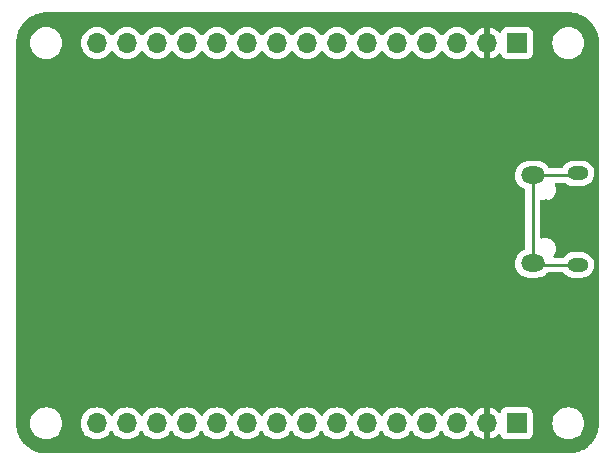
<source format=gbr>
%TF.GenerationSoftware,KiCad,Pcbnew,7.0.6-1.fc38*%
%TF.CreationDate,2023-08-06T10:31:57+03:00*%
%TF.ProjectId,stm32-breakout,73746d33-322d-4627-9265-616b6f75742e,v.1.0*%
%TF.SameCoordinates,Original*%
%TF.FileFunction,Copper,L2,Bot*%
%TF.FilePolarity,Positive*%
%FSLAX46Y46*%
G04 Gerber Fmt 4.6, Leading zero omitted, Abs format (unit mm)*
G04 Created by KiCad (PCBNEW 7.0.6-1.fc38) date 2023-08-06 10:31:57*
%MOMM*%
%LPD*%
G01*
G04 APERTURE LIST*
%TA.AperFunction,ComponentPad*%
%ADD10O,1.800000X1.150000*%
%TD*%
%TA.AperFunction,ComponentPad*%
%ADD11O,2.000000X1.450000*%
%TD*%
%TA.AperFunction,ComponentPad*%
%ADD12R,1.700000X1.700000*%
%TD*%
%TA.AperFunction,ComponentPad*%
%ADD13O,1.700000X1.700000*%
%TD*%
%TA.AperFunction,ViaPad*%
%ADD14C,0.800000*%
%TD*%
%TA.AperFunction,ViaPad*%
%ADD15C,0.700000*%
%TD*%
%TA.AperFunction,Conductor*%
%ADD16C,0.250000*%
%TD*%
G04 APERTURE END LIST*
D10*
%TO.P,J1,6,Shield*%
%TO.N,unconnected-(J1-Shield-Pad6)*%
X168000000Y-98592500D03*
D11*
X164200000Y-98442500D03*
X164200000Y-90992500D03*
D10*
X168000000Y-90842500D03*
%TD*%
D12*
%TO.P,J2,1,Pin_1*%
%TO.N,+3.3V*%
X162860000Y-79800000D03*
D13*
%TO.P,J2,2,Pin_2*%
%TO.N,GND*%
X160320000Y-79800000D03*
%TO.P,J2,3,Pin_3*%
%TO.N,SWDIO*%
X157780000Y-79800000D03*
%TO.P,J2,4,Pin_4*%
%TO.N,SWCLK*%
X155240000Y-79800000D03*
%TO.P,J2,5,Pin_5*%
%TO.N,PA15*%
X152700000Y-79800000D03*
%TO.P,J2,6,Pin_6*%
%TO.N,SW0*%
X150160000Y-79800000D03*
%TO.P,J2,7,Pin_7*%
%TO.N,PB4*%
X147620000Y-79800000D03*
%TO.P,J2,8,Pin_8*%
%TO.N,PB5*%
X145080000Y-79800000D03*
%TO.P,J2,9,Pin_9*%
%TO.N,PB6*%
X142540000Y-79800000D03*
%TO.P,J2,10,Pin_10*%
%TO.N,PB7*%
X140000000Y-79800000D03*
%TO.P,J2,11,Pin_11*%
%TO.N,PB8*%
X137460000Y-79800000D03*
%TO.P,J2,12,Pin_12*%
%TO.N,PB9*%
X134920000Y-79800000D03*
%TO.P,J2,13,Pin_13*%
%TO.N,PC13*%
X132380000Y-79800000D03*
%TO.P,J2,14,Pin_14*%
%TO.N,PC14*%
X129840000Y-79800000D03*
%TO.P,J2,15,Pin_15*%
%TO.N,PC15*%
X127300000Y-79800000D03*
%TD*%
D12*
%TO.P,J3,1,Pin_1*%
%TO.N,+3.3V*%
X162820000Y-112000000D03*
D13*
%TO.P,J3,2,Pin_2*%
%TO.N,GND*%
X160280000Y-112000000D03*
%TO.P,J3,3,Pin_3*%
%TO.N,PA10*%
X157740000Y-112000000D03*
%TO.P,J3,4,Pin_4*%
%TO.N,PA9*%
X155200000Y-112000000D03*
%TO.P,J3,5,Pin_5*%
%TO.N,PA8*%
X152660000Y-112000000D03*
%TO.P,J3,6,Pin_6*%
%TO.N,PB11*%
X150120000Y-112000000D03*
%TO.P,J3,7,Pin_7*%
%TO.N,PB10*%
X147580000Y-112000000D03*
%TO.P,J3,8,Pin_8*%
%TO.N,PB2*%
X145040000Y-112000000D03*
%TO.P,J3,9,Pin_9*%
%TO.N,PB1*%
X142500000Y-112000000D03*
%TO.P,J3,10,Pin_10*%
%TO.N,PB0*%
X139960000Y-112000000D03*
%TO.P,J3,11,Pin_11*%
%TO.N,PA7*%
X137420000Y-112000000D03*
%TO.P,J3,12,Pin_12*%
%TO.N,PA6*%
X134880000Y-112000000D03*
%TO.P,J3,13,Pin_13*%
%TO.N,PA5*%
X132340000Y-112000000D03*
%TO.P,J3,14,Pin_14*%
%TO.N,PA4*%
X129800000Y-112000000D03*
%TO.P,J3,15,Pin_15*%
%TO.N,PA3*%
X127260000Y-112000000D03*
%TD*%
D14*
%TO.N,GND*%
X139300000Y-93300000D03*
X165317500Y-93417500D03*
X143750000Y-99000000D03*
X132200000Y-100400000D03*
X130600000Y-104400000D03*
X133800000Y-96700000D03*
X135800000Y-91800000D03*
X141900000Y-88200000D03*
X160500000Y-102100000D03*
X132100000Y-91600000D03*
X167000000Y-105200000D03*
X138900000Y-97000000D03*
D15*
X159700000Y-105200000D03*
D14*
X163000000Y-93300000D03*
X148200000Y-94100000D03*
X158750000Y-103900000D03*
X137000000Y-88500000D03*
%TD*%
D16*
%TO.N,unconnected-(J1-Shield-Pad6)*%
X167850000Y-90992500D02*
X168000000Y-90842500D01*
X168000000Y-98592500D02*
X164350000Y-98592500D01*
X164350000Y-98592500D02*
X164200000Y-98442500D01*
X164200000Y-90992500D02*
X167850000Y-90992500D01*
X164200000Y-90992500D02*
X164200000Y-98442500D01*
%TD*%
%TA.AperFunction,Conductor*%
%TO.N,GND*%
G36*
X167152124Y-77201457D02*
G01*
X167198210Y-77200535D01*
X167201769Y-77200566D01*
X167312890Y-77204779D01*
X167496621Y-77212559D01*
X167503381Y-77213221D01*
X167641489Y-77234503D01*
X167797445Y-77260658D01*
X167803562Y-77262006D01*
X167943437Y-77300402D01*
X168090358Y-77344247D01*
X168095769Y-77346139D01*
X168232477Y-77401201D01*
X168371219Y-77462140D01*
X168375866Y-77464419D01*
X168450645Y-77505067D01*
X168506481Y-77535418D01*
X168534936Y-77552386D01*
X168635998Y-77612650D01*
X168639910Y-77615187D01*
X168760940Y-77700301D01*
X168763350Y-77702084D01*
X168880965Y-77793658D01*
X168884117Y-77796284D01*
X168994789Y-77894908D01*
X168997363Y-77897338D01*
X169102659Y-78002634D01*
X169105090Y-78005209D01*
X169203707Y-78115872D01*
X169206340Y-78119033D01*
X169297903Y-78236633D01*
X169299697Y-78239058D01*
X169384811Y-78360088D01*
X169387348Y-78364000D01*
X169464578Y-78493512D01*
X169535569Y-78624113D01*
X169537863Y-78628792D01*
X169572510Y-78707671D01*
X169598804Y-78767536D01*
X169610015Y-78795371D01*
X169653853Y-78904212D01*
X169655754Y-78909649D01*
X169699598Y-79056563D01*
X169737985Y-79196408D01*
X169739343Y-79202569D01*
X169765499Y-79358525D01*
X169786773Y-79496585D01*
X169787441Y-79503401D01*
X169795223Y-79687180D01*
X169799432Y-79798199D01*
X169799464Y-79801788D01*
X169798643Y-79842792D01*
X169799500Y-79851137D01*
X169799500Y-111998237D01*
X169799400Y-112001758D01*
X169793016Y-112114026D01*
X169782082Y-112292540D01*
X169781300Y-112299268D01*
X169757733Y-112436230D01*
X169729421Y-112588772D01*
X169727978Y-112594834D01*
X169687654Y-112732985D01*
X169642267Y-112876724D01*
X169640307Y-112882064D01*
X169583751Y-113016734D01*
X169521839Y-113152375D01*
X169519510Y-113156965D01*
X169447447Y-113285436D01*
X169369797Y-113411936D01*
X169367244Y-113415769D01*
X169281502Y-113534658D01*
X169279702Y-113537032D01*
X169188250Y-113651788D01*
X169185615Y-113654881D01*
X169086802Y-113763448D01*
X169084358Y-113765985D01*
X168979678Y-113868632D01*
X168977094Y-113871025D01*
X168866608Y-113967693D01*
X168863463Y-113970268D01*
X168746944Y-114059446D01*
X168744535Y-114061200D01*
X168623983Y-114144597D01*
X168620101Y-114147074D01*
X168492103Y-114222229D01*
X168362247Y-114291757D01*
X168357613Y-114293997D01*
X168220782Y-114353237D01*
X168085025Y-114407144D01*
X168079646Y-114408998D01*
X167935031Y-114451562D01*
X167796141Y-114489164D01*
X167790052Y-114490488D01*
X167636934Y-114515811D01*
X167499572Y-114536681D01*
X167492834Y-114537332D01*
X167316831Y-114544663D01*
X167201783Y-114548944D01*
X167198237Y-114548975D01*
X167159027Y-114548190D01*
X167150084Y-114549029D01*
X123001745Y-114549029D01*
X122998267Y-114548931D01*
X122884518Y-114542541D01*
X122711145Y-114532052D01*
X122704500Y-114531288D01*
X122640215Y-114520363D01*
X122568132Y-114508113D01*
X122553769Y-114505480D01*
X122418426Y-114480671D01*
X122412433Y-114479262D01*
X122275184Y-114439711D01*
X122133715Y-114395615D01*
X122128431Y-114393701D01*
X121994628Y-114338263D01*
X121860841Y-114278034D01*
X121856304Y-114275763D01*
X121782949Y-114235210D01*
X121728574Y-114205149D01*
X121603513Y-114129524D01*
X121599709Y-114127029D01*
X121481329Y-114043007D01*
X121478969Y-114041247D01*
X121365193Y-113952080D01*
X121362115Y-113949503D01*
X121253717Y-113852597D01*
X121251190Y-113850207D01*
X121149122Y-113748100D01*
X121146733Y-113745572D01*
X121049871Y-113637139D01*
X121047294Y-113634060D01*
X120958176Y-113520258D01*
X120956427Y-113517912D01*
X120872437Y-113399481D01*
X120869943Y-113395676D01*
X120794362Y-113270580D01*
X120723806Y-113142839D01*
X120721532Y-113138291D01*
X120676650Y-113038494D01*
X120661351Y-113004478D01*
X120612958Y-112887552D01*
X120605966Y-112870657D01*
X120604054Y-112865371D01*
X120560005Y-112723861D01*
X120520502Y-112586583D01*
X120519112Y-112580660D01*
X120491725Y-112430933D01*
X120468597Y-112294528D01*
X120467838Y-112287909D01*
X120457417Y-112114581D01*
X120451066Y-112000735D01*
X120451046Y-112000000D01*
X121644341Y-112000000D01*
X121664936Y-112235403D01*
X121664938Y-112235413D01*
X121726094Y-112463655D01*
X121726096Y-112463659D01*
X121726097Y-112463663D01*
X121774005Y-112566401D01*
X121825964Y-112677828D01*
X121825965Y-112677830D01*
X121961505Y-112871402D01*
X122128597Y-113038494D01*
X122322169Y-113174034D01*
X122322171Y-113174035D01*
X122536337Y-113273903D01*
X122764592Y-113335063D01*
X122941034Y-113350500D01*
X123058966Y-113350500D01*
X123235408Y-113335063D01*
X123463663Y-113273903D01*
X123677829Y-113174035D01*
X123871401Y-113038495D01*
X124038495Y-112871401D01*
X124174035Y-112677830D01*
X124273903Y-112463663D01*
X124335063Y-112235408D01*
X124355659Y-112000000D01*
X125904341Y-112000000D01*
X125924936Y-112235403D01*
X125924938Y-112235413D01*
X125986094Y-112463655D01*
X125986096Y-112463659D01*
X125986097Y-112463663D01*
X126066004Y-112635023D01*
X126085965Y-112677830D01*
X126085967Y-112677834D01*
X126194281Y-112832521D01*
X126221505Y-112871401D01*
X126388599Y-113038495D01*
X126484088Y-113105357D01*
X126582165Y-113174032D01*
X126582167Y-113174033D01*
X126582170Y-113174035D01*
X126796337Y-113273903D01*
X127024592Y-113335063D01*
X127201034Y-113350500D01*
X127259999Y-113355659D01*
X127260000Y-113355659D01*
X127260001Y-113355659D01*
X127318966Y-113350500D01*
X127495408Y-113335063D01*
X127723663Y-113273903D01*
X127937830Y-113174035D01*
X128131401Y-113038495D01*
X128298495Y-112871401D01*
X128428426Y-112685840D01*
X128483001Y-112642217D01*
X128552499Y-112635023D01*
X128614854Y-112666546D01*
X128631574Y-112685841D01*
X128761505Y-112871401D01*
X128928599Y-113038495D01*
X129024088Y-113105357D01*
X129122165Y-113174032D01*
X129122167Y-113174033D01*
X129122170Y-113174035D01*
X129336337Y-113273903D01*
X129564592Y-113335063D01*
X129741034Y-113350500D01*
X129799999Y-113355659D01*
X129800000Y-113355659D01*
X129800001Y-113355659D01*
X129858966Y-113350500D01*
X130035408Y-113335063D01*
X130263663Y-113273903D01*
X130477830Y-113174035D01*
X130671401Y-113038495D01*
X130838495Y-112871401D01*
X130968426Y-112685840D01*
X131023001Y-112642217D01*
X131092499Y-112635023D01*
X131154854Y-112666546D01*
X131171574Y-112685841D01*
X131301505Y-112871401D01*
X131468599Y-113038495D01*
X131564088Y-113105357D01*
X131662165Y-113174032D01*
X131662167Y-113174033D01*
X131662170Y-113174035D01*
X131876337Y-113273903D01*
X132104592Y-113335063D01*
X132281034Y-113350500D01*
X132339999Y-113355659D01*
X132340000Y-113355659D01*
X132340001Y-113355659D01*
X132398966Y-113350500D01*
X132575408Y-113335063D01*
X132803663Y-113273903D01*
X133017830Y-113174035D01*
X133211401Y-113038495D01*
X133378495Y-112871401D01*
X133508426Y-112685840D01*
X133563001Y-112642217D01*
X133632499Y-112635023D01*
X133694854Y-112666546D01*
X133711574Y-112685841D01*
X133841505Y-112871401D01*
X134008599Y-113038495D01*
X134104088Y-113105357D01*
X134202165Y-113174032D01*
X134202167Y-113174033D01*
X134202170Y-113174035D01*
X134416337Y-113273903D01*
X134644592Y-113335063D01*
X134821034Y-113350500D01*
X134879999Y-113355659D01*
X134880000Y-113355659D01*
X134880001Y-113355659D01*
X134938966Y-113350500D01*
X135115408Y-113335063D01*
X135343663Y-113273903D01*
X135557830Y-113174035D01*
X135751401Y-113038495D01*
X135918495Y-112871401D01*
X136048426Y-112685841D01*
X136103002Y-112642217D01*
X136172500Y-112635023D01*
X136234855Y-112666546D01*
X136251575Y-112685842D01*
X136381500Y-112871395D01*
X136381505Y-112871401D01*
X136548599Y-113038495D01*
X136644088Y-113105357D01*
X136742165Y-113174032D01*
X136742167Y-113174033D01*
X136742170Y-113174035D01*
X136956337Y-113273903D01*
X137184592Y-113335063D01*
X137361034Y-113350500D01*
X137419999Y-113355659D01*
X137420000Y-113355659D01*
X137420001Y-113355659D01*
X137478966Y-113350500D01*
X137655408Y-113335063D01*
X137883663Y-113273903D01*
X138097830Y-113174035D01*
X138291401Y-113038495D01*
X138458495Y-112871401D01*
X138588426Y-112685841D01*
X138643002Y-112642217D01*
X138712500Y-112635023D01*
X138774855Y-112666546D01*
X138791575Y-112685842D01*
X138921500Y-112871395D01*
X138921505Y-112871401D01*
X139088599Y-113038495D01*
X139184088Y-113105357D01*
X139282165Y-113174032D01*
X139282167Y-113174033D01*
X139282170Y-113174035D01*
X139496337Y-113273903D01*
X139724592Y-113335063D01*
X139901034Y-113350500D01*
X139959999Y-113355659D01*
X139960000Y-113355659D01*
X139960001Y-113355659D01*
X140018966Y-113350500D01*
X140195408Y-113335063D01*
X140423663Y-113273903D01*
X140637830Y-113174035D01*
X140831401Y-113038495D01*
X140998495Y-112871401D01*
X141128426Y-112685841D01*
X141183002Y-112642217D01*
X141252500Y-112635023D01*
X141314855Y-112666546D01*
X141331575Y-112685842D01*
X141461500Y-112871395D01*
X141461505Y-112871401D01*
X141628599Y-113038495D01*
X141724088Y-113105357D01*
X141822165Y-113174032D01*
X141822167Y-113174033D01*
X141822170Y-113174035D01*
X142036337Y-113273903D01*
X142264592Y-113335063D01*
X142441034Y-113350500D01*
X142499999Y-113355659D01*
X142500000Y-113355659D01*
X142500001Y-113355659D01*
X142558966Y-113350500D01*
X142735408Y-113335063D01*
X142963663Y-113273903D01*
X143177830Y-113174035D01*
X143371401Y-113038495D01*
X143538495Y-112871401D01*
X143668426Y-112685841D01*
X143723002Y-112642217D01*
X143792500Y-112635023D01*
X143854855Y-112666546D01*
X143871575Y-112685842D01*
X144001500Y-112871395D01*
X144001505Y-112871401D01*
X144168599Y-113038495D01*
X144264088Y-113105357D01*
X144362165Y-113174032D01*
X144362167Y-113174033D01*
X144362170Y-113174035D01*
X144576337Y-113273903D01*
X144804592Y-113335063D01*
X144981034Y-113350500D01*
X145039999Y-113355659D01*
X145040000Y-113355659D01*
X145040001Y-113355659D01*
X145098966Y-113350500D01*
X145275408Y-113335063D01*
X145503663Y-113273903D01*
X145717830Y-113174035D01*
X145911401Y-113038495D01*
X146078495Y-112871401D01*
X146208426Y-112685841D01*
X146263002Y-112642217D01*
X146332500Y-112635023D01*
X146394855Y-112666546D01*
X146411575Y-112685842D01*
X146541500Y-112871395D01*
X146541505Y-112871401D01*
X146708599Y-113038495D01*
X146804088Y-113105357D01*
X146902165Y-113174032D01*
X146902167Y-113174033D01*
X146902170Y-113174035D01*
X147116337Y-113273903D01*
X147344592Y-113335063D01*
X147521034Y-113350500D01*
X147579999Y-113355659D01*
X147580000Y-113355659D01*
X147580001Y-113355659D01*
X147638966Y-113350500D01*
X147815408Y-113335063D01*
X148043663Y-113273903D01*
X148257830Y-113174035D01*
X148451401Y-113038495D01*
X148618495Y-112871401D01*
X148748426Y-112685841D01*
X148803002Y-112642217D01*
X148872500Y-112635023D01*
X148934855Y-112666546D01*
X148951575Y-112685842D01*
X149081500Y-112871395D01*
X149081505Y-112871401D01*
X149248599Y-113038495D01*
X149344088Y-113105357D01*
X149442165Y-113174032D01*
X149442167Y-113174033D01*
X149442170Y-113174035D01*
X149656337Y-113273903D01*
X149884592Y-113335063D01*
X150061034Y-113350500D01*
X150119999Y-113355659D01*
X150120000Y-113355659D01*
X150120001Y-113355659D01*
X150178966Y-113350500D01*
X150355408Y-113335063D01*
X150583663Y-113273903D01*
X150797830Y-113174035D01*
X150991401Y-113038495D01*
X151158495Y-112871401D01*
X151288426Y-112685841D01*
X151343002Y-112642217D01*
X151412500Y-112635023D01*
X151474855Y-112666546D01*
X151491575Y-112685842D01*
X151621500Y-112871395D01*
X151621505Y-112871401D01*
X151788599Y-113038495D01*
X151884088Y-113105357D01*
X151982165Y-113174032D01*
X151982167Y-113174033D01*
X151982170Y-113174035D01*
X152196337Y-113273903D01*
X152424592Y-113335063D01*
X152601034Y-113350500D01*
X152659999Y-113355659D01*
X152660000Y-113355659D01*
X152660001Y-113355659D01*
X152718966Y-113350500D01*
X152895408Y-113335063D01*
X153123663Y-113273903D01*
X153337830Y-113174035D01*
X153531401Y-113038495D01*
X153698495Y-112871401D01*
X153828426Y-112685841D01*
X153883002Y-112642217D01*
X153952500Y-112635023D01*
X154014855Y-112666546D01*
X154031575Y-112685842D01*
X154161500Y-112871395D01*
X154161505Y-112871401D01*
X154328599Y-113038495D01*
X154424088Y-113105357D01*
X154522165Y-113174032D01*
X154522167Y-113174033D01*
X154522170Y-113174035D01*
X154736337Y-113273903D01*
X154964592Y-113335063D01*
X155141034Y-113350500D01*
X155199999Y-113355659D01*
X155200000Y-113355659D01*
X155200001Y-113355659D01*
X155258966Y-113350500D01*
X155435408Y-113335063D01*
X155663663Y-113273903D01*
X155877830Y-113174035D01*
X156071401Y-113038495D01*
X156238495Y-112871401D01*
X156368426Y-112685841D01*
X156423002Y-112642217D01*
X156492500Y-112635023D01*
X156554855Y-112666546D01*
X156571575Y-112685842D01*
X156701500Y-112871395D01*
X156701505Y-112871401D01*
X156868599Y-113038495D01*
X156964088Y-113105357D01*
X157062165Y-113174032D01*
X157062167Y-113174033D01*
X157062170Y-113174035D01*
X157276337Y-113273903D01*
X157504592Y-113335063D01*
X157681034Y-113350500D01*
X157739999Y-113355659D01*
X157740000Y-113355659D01*
X157740001Y-113355659D01*
X157798966Y-113350500D01*
X157975408Y-113335063D01*
X158203663Y-113273903D01*
X158417830Y-113174035D01*
X158611401Y-113038495D01*
X158778495Y-112871401D01*
X158908730Y-112685405D01*
X158963307Y-112641781D01*
X159032805Y-112634587D01*
X159095160Y-112666110D01*
X159111879Y-112685405D01*
X159241890Y-112871078D01*
X159408917Y-113038105D01*
X159602421Y-113173600D01*
X159816507Y-113273429D01*
X159816516Y-113273433D01*
X160030000Y-113330634D01*
X160030000Y-112435501D01*
X160137685Y-112484680D01*
X160244237Y-112500000D01*
X160315763Y-112500000D01*
X160422315Y-112484680D01*
X160530000Y-112435501D01*
X160530000Y-113330633D01*
X160743483Y-113273433D01*
X160743492Y-113273429D01*
X160957578Y-113173600D01*
X161151078Y-113038108D01*
X161273133Y-112916053D01*
X161334456Y-112882568D01*
X161404148Y-112887552D01*
X161460082Y-112929423D01*
X161476997Y-112960401D01*
X161526202Y-113092328D01*
X161526206Y-113092335D01*
X161612452Y-113207544D01*
X161612455Y-113207547D01*
X161727664Y-113293793D01*
X161727671Y-113293797D01*
X161862517Y-113344091D01*
X161862516Y-113344091D01*
X161869444Y-113344835D01*
X161922127Y-113350500D01*
X163717872Y-113350499D01*
X163777483Y-113344091D01*
X163912331Y-113293796D01*
X164027546Y-113207546D01*
X164113796Y-113092331D01*
X164164091Y-112957483D01*
X164170500Y-112897873D01*
X164170499Y-112000000D01*
X165844341Y-112000000D01*
X165864936Y-112235403D01*
X165864938Y-112235413D01*
X165926094Y-112463655D01*
X165926096Y-112463659D01*
X165926097Y-112463663D01*
X165974005Y-112566401D01*
X166025964Y-112677828D01*
X166025965Y-112677830D01*
X166161505Y-112871402D01*
X166328597Y-113038494D01*
X166522169Y-113174034D01*
X166522171Y-113174035D01*
X166736337Y-113273903D01*
X166964592Y-113335063D01*
X167141034Y-113350500D01*
X167258966Y-113350500D01*
X167435408Y-113335063D01*
X167663663Y-113273903D01*
X167877829Y-113174035D01*
X168071401Y-113038495D01*
X168238495Y-112871401D01*
X168374035Y-112677830D01*
X168473903Y-112463663D01*
X168535063Y-112235408D01*
X168555659Y-112000000D01*
X168535063Y-111764592D01*
X168473903Y-111536337D01*
X168374035Y-111322171D01*
X168374034Y-111322169D01*
X168238494Y-111128597D01*
X168071402Y-110961505D01*
X167877830Y-110825965D01*
X167877828Y-110825964D01*
X167770746Y-110776030D01*
X167663663Y-110726097D01*
X167663659Y-110726096D01*
X167663655Y-110726094D01*
X167435413Y-110664938D01*
X167435403Y-110664936D01*
X167258966Y-110649500D01*
X167141034Y-110649500D01*
X166964596Y-110664936D01*
X166964586Y-110664938D01*
X166736344Y-110726094D01*
X166736335Y-110726098D01*
X166522171Y-110825964D01*
X166522169Y-110825965D01*
X166328597Y-110961505D01*
X166161506Y-111128597D01*
X166161501Y-111128604D01*
X166025967Y-111322165D01*
X166025965Y-111322169D01*
X165926098Y-111536335D01*
X165926094Y-111536344D01*
X165864938Y-111764586D01*
X165864936Y-111764596D01*
X165844341Y-111999999D01*
X165844341Y-112000000D01*
X164170499Y-112000000D01*
X164170499Y-111102128D01*
X164164091Y-111042517D01*
X164163002Y-111039598D01*
X164113797Y-110907671D01*
X164113793Y-110907664D01*
X164027547Y-110792455D01*
X164027544Y-110792452D01*
X163912335Y-110706206D01*
X163912328Y-110706202D01*
X163777482Y-110655908D01*
X163777483Y-110655908D01*
X163717883Y-110649501D01*
X163717881Y-110649500D01*
X163717873Y-110649500D01*
X163717864Y-110649500D01*
X161922129Y-110649500D01*
X161922123Y-110649501D01*
X161862516Y-110655908D01*
X161727671Y-110706202D01*
X161727664Y-110706206D01*
X161612455Y-110792452D01*
X161612452Y-110792455D01*
X161526206Y-110907664D01*
X161526202Y-110907671D01*
X161476997Y-111039598D01*
X161435126Y-111095532D01*
X161369661Y-111119949D01*
X161301388Y-111105097D01*
X161273134Y-111083946D01*
X161151082Y-110961894D01*
X160957578Y-110826399D01*
X160743492Y-110726570D01*
X160743486Y-110726567D01*
X160530000Y-110669364D01*
X160530000Y-111564498D01*
X160422315Y-111515320D01*
X160315763Y-111500000D01*
X160244237Y-111500000D01*
X160137685Y-111515320D01*
X160030000Y-111564498D01*
X160030000Y-110669364D01*
X160029999Y-110669364D01*
X159816513Y-110726567D01*
X159816507Y-110726570D01*
X159602422Y-110826399D01*
X159602420Y-110826400D01*
X159408926Y-110961886D01*
X159408920Y-110961891D01*
X159241891Y-111128920D01*
X159241890Y-111128922D01*
X159111880Y-111314595D01*
X159057303Y-111358219D01*
X158987804Y-111365412D01*
X158925450Y-111333890D01*
X158908730Y-111314594D01*
X158778494Y-111128597D01*
X158611402Y-110961506D01*
X158611395Y-110961501D01*
X158417834Y-110825967D01*
X158417830Y-110825965D01*
X158417828Y-110825964D01*
X158203663Y-110726097D01*
X158203659Y-110726096D01*
X158203655Y-110726094D01*
X157975413Y-110664938D01*
X157975403Y-110664936D01*
X157740001Y-110644341D01*
X157739999Y-110644341D01*
X157504596Y-110664936D01*
X157504586Y-110664938D01*
X157276344Y-110726094D01*
X157276335Y-110726098D01*
X157062171Y-110825964D01*
X157062169Y-110825965D01*
X156868597Y-110961505D01*
X156701505Y-111128597D01*
X156571575Y-111314158D01*
X156516998Y-111357783D01*
X156447500Y-111364977D01*
X156385145Y-111333454D01*
X156368425Y-111314158D01*
X156238494Y-111128597D01*
X156071402Y-110961506D01*
X156071395Y-110961501D01*
X155877834Y-110825967D01*
X155877830Y-110825965D01*
X155877828Y-110825964D01*
X155663663Y-110726097D01*
X155663659Y-110726096D01*
X155663655Y-110726094D01*
X155435413Y-110664938D01*
X155435403Y-110664936D01*
X155200001Y-110644341D01*
X155199999Y-110644341D01*
X154964596Y-110664936D01*
X154964586Y-110664938D01*
X154736344Y-110726094D01*
X154736335Y-110726098D01*
X154522171Y-110825964D01*
X154522169Y-110825965D01*
X154328597Y-110961505D01*
X154161505Y-111128597D01*
X154031575Y-111314158D01*
X153976998Y-111357783D01*
X153907500Y-111364977D01*
X153845145Y-111333454D01*
X153828425Y-111314158D01*
X153698494Y-111128597D01*
X153531402Y-110961506D01*
X153531395Y-110961501D01*
X153337834Y-110825967D01*
X153337830Y-110825965D01*
X153337828Y-110825964D01*
X153123663Y-110726097D01*
X153123659Y-110726096D01*
X153123655Y-110726094D01*
X152895413Y-110664938D01*
X152895403Y-110664936D01*
X152660001Y-110644341D01*
X152659999Y-110644341D01*
X152424596Y-110664936D01*
X152424586Y-110664938D01*
X152196344Y-110726094D01*
X152196335Y-110726098D01*
X151982171Y-110825964D01*
X151982169Y-110825965D01*
X151788597Y-110961505D01*
X151621505Y-111128597D01*
X151491575Y-111314158D01*
X151436998Y-111357783D01*
X151367500Y-111364977D01*
X151305145Y-111333454D01*
X151288425Y-111314158D01*
X151158494Y-111128597D01*
X150991402Y-110961506D01*
X150991395Y-110961501D01*
X150797834Y-110825967D01*
X150797830Y-110825965D01*
X150797828Y-110825964D01*
X150583663Y-110726097D01*
X150583659Y-110726096D01*
X150583655Y-110726094D01*
X150355413Y-110664938D01*
X150355403Y-110664936D01*
X150120001Y-110644341D01*
X150119999Y-110644341D01*
X149884596Y-110664936D01*
X149884586Y-110664938D01*
X149656344Y-110726094D01*
X149656335Y-110726098D01*
X149442171Y-110825964D01*
X149442169Y-110825965D01*
X149248597Y-110961505D01*
X149081508Y-111128594D01*
X148951574Y-111314159D01*
X148896997Y-111357784D01*
X148827498Y-111364976D01*
X148765144Y-111333454D01*
X148748424Y-111314158D01*
X148618494Y-111128597D01*
X148451402Y-110961506D01*
X148451395Y-110961501D01*
X148257834Y-110825967D01*
X148257830Y-110825965D01*
X148257828Y-110825964D01*
X148043663Y-110726097D01*
X148043659Y-110726096D01*
X148043655Y-110726094D01*
X147815413Y-110664938D01*
X147815403Y-110664936D01*
X147580001Y-110644341D01*
X147579999Y-110644341D01*
X147344596Y-110664936D01*
X147344586Y-110664938D01*
X147116344Y-110726094D01*
X147116335Y-110726098D01*
X146902171Y-110825964D01*
X146902169Y-110825965D01*
X146708597Y-110961505D01*
X146541505Y-111128597D01*
X146411575Y-111314158D01*
X146356998Y-111357783D01*
X146287500Y-111364977D01*
X146225145Y-111333454D01*
X146208425Y-111314158D01*
X146078494Y-111128597D01*
X145911402Y-110961506D01*
X145911395Y-110961501D01*
X145717834Y-110825967D01*
X145717830Y-110825965D01*
X145717828Y-110825964D01*
X145503663Y-110726097D01*
X145503659Y-110726096D01*
X145503655Y-110726094D01*
X145275413Y-110664938D01*
X145275403Y-110664936D01*
X145040001Y-110644341D01*
X145039999Y-110644341D01*
X144804596Y-110664936D01*
X144804586Y-110664938D01*
X144576344Y-110726094D01*
X144576335Y-110726098D01*
X144362171Y-110825964D01*
X144362169Y-110825965D01*
X144168597Y-110961505D01*
X144001505Y-111128597D01*
X143871575Y-111314158D01*
X143816998Y-111357783D01*
X143747500Y-111364977D01*
X143685145Y-111333454D01*
X143668425Y-111314158D01*
X143538494Y-111128597D01*
X143371402Y-110961506D01*
X143371395Y-110961501D01*
X143177834Y-110825967D01*
X143177830Y-110825965D01*
X143177828Y-110825964D01*
X142963663Y-110726097D01*
X142963659Y-110726096D01*
X142963655Y-110726094D01*
X142735413Y-110664938D01*
X142735403Y-110664936D01*
X142500001Y-110644341D01*
X142499999Y-110644341D01*
X142264596Y-110664936D01*
X142264586Y-110664938D01*
X142036344Y-110726094D01*
X142036335Y-110726098D01*
X141822171Y-110825964D01*
X141822169Y-110825965D01*
X141628597Y-110961505D01*
X141461505Y-111128597D01*
X141331575Y-111314158D01*
X141276998Y-111357783D01*
X141207500Y-111364977D01*
X141145145Y-111333454D01*
X141128425Y-111314158D01*
X140998494Y-111128597D01*
X140831402Y-110961506D01*
X140831395Y-110961501D01*
X140637834Y-110825967D01*
X140637830Y-110825965D01*
X140637828Y-110825964D01*
X140423663Y-110726097D01*
X140423659Y-110726096D01*
X140423655Y-110726094D01*
X140195413Y-110664938D01*
X140195403Y-110664936D01*
X139960001Y-110644341D01*
X139959999Y-110644341D01*
X139724596Y-110664936D01*
X139724586Y-110664938D01*
X139496344Y-110726094D01*
X139496335Y-110726098D01*
X139282171Y-110825964D01*
X139282169Y-110825965D01*
X139088597Y-110961505D01*
X138921505Y-111128597D01*
X138791575Y-111314158D01*
X138736998Y-111357783D01*
X138667500Y-111364977D01*
X138605145Y-111333454D01*
X138588425Y-111314158D01*
X138458494Y-111128597D01*
X138291402Y-110961506D01*
X138291395Y-110961501D01*
X138097834Y-110825967D01*
X138097830Y-110825965D01*
X138097828Y-110825964D01*
X137883663Y-110726097D01*
X137883659Y-110726096D01*
X137883655Y-110726094D01*
X137655413Y-110664938D01*
X137655403Y-110664936D01*
X137420001Y-110644341D01*
X137419999Y-110644341D01*
X137184596Y-110664936D01*
X137184586Y-110664938D01*
X136956344Y-110726094D01*
X136956335Y-110726098D01*
X136742171Y-110825964D01*
X136742169Y-110825965D01*
X136548597Y-110961505D01*
X136381505Y-111128597D01*
X136251575Y-111314158D01*
X136196998Y-111357783D01*
X136127500Y-111364977D01*
X136065145Y-111333454D01*
X136048425Y-111314158D01*
X135918494Y-111128597D01*
X135751402Y-110961506D01*
X135751395Y-110961501D01*
X135557834Y-110825967D01*
X135557830Y-110825965D01*
X135557828Y-110825964D01*
X135343663Y-110726097D01*
X135343659Y-110726096D01*
X135343655Y-110726094D01*
X135115413Y-110664938D01*
X135115403Y-110664936D01*
X134880001Y-110644341D01*
X134879999Y-110644341D01*
X134644596Y-110664936D01*
X134644586Y-110664938D01*
X134416344Y-110726094D01*
X134416335Y-110726098D01*
X134202171Y-110825964D01*
X134202169Y-110825965D01*
X134008597Y-110961505D01*
X133841505Y-111128597D01*
X133711575Y-111314158D01*
X133656998Y-111357783D01*
X133587500Y-111364977D01*
X133525145Y-111333454D01*
X133508425Y-111314158D01*
X133378494Y-111128597D01*
X133211402Y-110961506D01*
X133211395Y-110961501D01*
X133017834Y-110825967D01*
X133017830Y-110825965D01*
X133017828Y-110825964D01*
X132803663Y-110726097D01*
X132803659Y-110726096D01*
X132803655Y-110726094D01*
X132575413Y-110664938D01*
X132575403Y-110664936D01*
X132340001Y-110644341D01*
X132339999Y-110644341D01*
X132104596Y-110664936D01*
X132104586Y-110664938D01*
X131876344Y-110726094D01*
X131876335Y-110726098D01*
X131662171Y-110825964D01*
X131662169Y-110825965D01*
X131468597Y-110961505D01*
X131301505Y-111128597D01*
X131171575Y-111314158D01*
X131116998Y-111357783D01*
X131047500Y-111364977D01*
X130985145Y-111333454D01*
X130968425Y-111314158D01*
X130838494Y-111128597D01*
X130671402Y-110961506D01*
X130671395Y-110961501D01*
X130477834Y-110825967D01*
X130477830Y-110825965D01*
X130477828Y-110825964D01*
X130263663Y-110726097D01*
X130263659Y-110726096D01*
X130263655Y-110726094D01*
X130035413Y-110664938D01*
X130035403Y-110664936D01*
X129800001Y-110644341D01*
X129799999Y-110644341D01*
X129564596Y-110664936D01*
X129564586Y-110664938D01*
X129336344Y-110726094D01*
X129336335Y-110726098D01*
X129122171Y-110825964D01*
X129122169Y-110825965D01*
X128928597Y-110961505D01*
X128761505Y-111128597D01*
X128631575Y-111314158D01*
X128576998Y-111357783D01*
X128507500Y-111364977D01*
X128445145Y-111333454D01*
X128428425Y-111314158D01*
X128298494Y-111128597D01*
X128131402Y-110961506D01*
X128131395Y-110961501D01*
X127937834Y-110825967D01*
X127937830Y-110825965D01*
X127937828Y-110825964D01*
X127723663Y-110726097D01*
X127723659Y-110726096D01*
X127723655Y-110726094D01*
X127495413Y-110664938D01*
X127495403Y-110664936D01*
X127260001Y-110644341D01*
X127259999Y-110644341D01*
X127024596Y-110664936D01*
X127024586Y-110664938D01*
X126796344Y-110726094D01*
X126796335Y-110726098D01*
X126582171Y-110825964D01*
X126582169Y-110825965D01*
X126388597Y-110961505D01*
X126221505Y-111128597D01*
X126085965Y-111322169D01*
X126085964Y-111322171D01*
X125986098Y-111536335D01*
X125986094Y-111536344D01*
X125924938Y-111764586D01*
X125924936Y-111764596D01*
X125904341Y-111999999D01*
X125904341Y-112000000D01*
X124355659Y-112000000D01*
X124335063Y-111764592D01*
X124273903Y-111536337D01*
X124174035Y-111322171D01*
X124174034Y-111322169D01*
X124038494Y-111128597D01*
X123871402Y-110961505D01*
X123677830Y-110825965D01*
X123677828Y-110825964D01*
X123570745Y-110776030D01*
X123463663Y-110726097D01*
X123463659Y-110726096D01*
X123463655Y-110726094D01*
X123235413Y-110664938D01*
X123235403Y-110664936D01*
X123058966Y-110649500D01*
X122941034Y-110649500D01*
X122764596Y-110664936D01*
X122764586Y-110664938D01*
X122536344Y-110726094D01*
X122536335Y-110726098D01*
X122322171Y-110825964D01*
X122322169Y-110825965D01*
X122128597Y-110961505D01*
X121961506Y-111128597D01*
X121961501Y-111128604D01*
X121825967Y-111322165D01*
X121825965Y-111322169D01*
X121726098Y-111536335D01*
X121726094Y-111536344D01*
X121664938Y-111764586D01*
X121664936Y-111764596D01*
X121644341Y-111999999D01*
X121644341Y-112000000D01*
X120451046Y-112000000D01*
X120450971Y-111997309D01*
X120450971Y-98497704D01*
X162695786Y-98497704D01*
X162725397Y-98716302D01*
X162725398Y-98716306D01*
X162793564Y-98926100D01*
X162898095Y-99120350D01*
X162898097Y-99120353D01*
X163035634Y-99292820D01*
X163201751Y-99437951D01*
X163201759Y-99437958D01*
X163303559Y-99498781D01*
X163391126Y-99551100D01*
X163597654Y-99628611D01*
X163641063Y-99636488D01*
X163814699Y-99668000D01*
X163814703Y-99668000D01*
X164530025Y-99668000D01*
X164530032Y-99668000D01*
X164684485Y-99654098D01*
X164694707Y-99653179D01*
X164907338Y-99594497D01*
X164907343Y-99594494D01*
X164907350Y-99594493D01*
X165106098Y-99498781D01*
X165284563Y-99369119D01*
X165350642Y-99300006D01*
X165392422Y-99256308D01*
X165452978Y-99221456D01*
X165482048Y-99218000D01*
X166736171Y-99218000D01*
X166803210Y-99237685D01*
X166837178Y-99270073D01*
X166858489Y-99300001D01*
X166858495Y-99300007D01*
X167007147Y-99441746D01*
X167179933Y-99552790D01*
X167284097Y-99594491D01*
X167370618Y-99629129D01*
X167521880Y-99658282D01*
X167572301Y-99668000D01*
X167572302Y-99668000D01*
X168376226Y-99668000D01*
X168376232Y-99668000D01*
X168529466Y-99653368D01*
X168726541Y-99595501D01*
X168909104Y-99501384D01*
X169070556Y-99374416D01*
X169205061Y-99219189D01*
X169205748Y-99218000D01*
X169307757Y-99041314D01*
X169307759Y-99041311D01*
X169374937Y-98847212D01*
X169404168Y-98643907D01*
X169394395Y-98438744D01*
X169345971Y-98239138D01*
X169260647Y-98052304D01*
X169260643Y-98052298D01*
X169141510Y-97884998D01*
X169141504Y-97884992D01*
X168992852Y-97743253D01*
X168820066Y-97632209D01*
X168629391Y-97555874D01*
X168629384Y-97555871D01*
X168629382Y-97555871D01*
X168629379Y-97555870D01*
X168629378Y-97555870D01*
X168427699Y-97517000D01*
X168427698Y-97517000D01*
X167623768Y-97517000D01*
X167470534Y-97531632D01*
X167470530Y-97531633D01*
X167273462Y-97589497D01*
X167090891Y-97683618D01*
X166929446Y-97810581D01*
X166929443Y-97810584D01*
X166830993Y-97924203D01*
X166772215Y-97961977D01*
X166737280Y-97967000D01*
X166065397Y-97967000D01*
X165998358Y-97947315D01*
X165952603Y-97894511D01*
X165942659Y-97825353D01*
X165971684Y-97761797D01*
X165973250Y-97760025D01*
X165982533Y-97749716D01*
X166004650Y-97711406D01*
X166008159Y-97706004D01*
X166034151Y-97670230D01*
X166052136Y-97629833D01*
X166055063Y-97624086D01*
X166077179Y-97585784D01*
X166090842Y-97543728D01*
X166093158Y-97537697D01*
X166111144Y-97497303D01*
X166120336Y-97454051D01*
X166122009Y-97447808D01*
X166135674Y-97405756D01*
X166140295Y-97361783D01*
X166141307Y-97355394D01*
X166150500Y-97312146D01*
X166150500Y-97267945D01*
X166150840Y-97261460D01*
X166151848Y-97251865D01*
X166155460Y-97217500D01*
X166150876Y-97173880D01*
X166150840Y-97173537D01*
X166150500Y-97167053D01*
X166150500Y-97122854D01*
X166141311Y-97079623D01*
X166140295Y-97073209D01*
X166138964Y-97060551D01*
X166135674Y-97029244D01*
X166122011Y-96987198D01*
X166120334Y-96980935D01*
X166118765Y-96973556D01*
X166111144Y-96937697D01*
X166093163Y-96897312D01*
X166090835Y-96891248D01*
X166077179Y-96849216D01*
X166070010Y-96836800D01*
X166055075Y-96810930D01*
X166052127Y-96805144D01*
X166043288Y-96785294D01*
X166034151Y-96764770D01*
X166034149Y-96764767D01*
X166034149Y-96764766D01*
X166008175Y-96729016D01*
X166004638Y-96723570D01*
X165982535Y-96685287D01*
X165982528Y-96685277D01*
X165952954Y-96652434D01*
X165948870Y-96647392D01*
X165922888Y-96611629D01*
X165922887Y-96611628D01*
X165890034Y-96582046D01*
X165885453Y-96577466D01*
X165855871Y-96544612D01*
X165855870Y-96544611D01*
X165855869Y-96544610D01*
X165820119Y-96518637D01*
X165815072Y-96514550D01*
X165782222Y-96484971D01*
X165782212Y-96484964D01*
X165743930Y-96462862D01*
X165738484Y-96459325D01*
X165702736Y-96433353D01*
X165702732Y-96433350D01*
X165702730Y-96433349D01*
X165662349Y-96415370D01*
X165656567Y-96412424D01*
X165618284Y-96390321D01*
X165618281Y-96390320D01*
X165618277Y-96390318D01*
X165576242Y-96376660D01*
X165570179Y-96374333D01*
X165529803Y-96356356D01*
X165486569Y-96347166D01*
X165480301Y-96345487D01*
X165469861Y-96342095D01*
X165438256Y-96331825D01*
X165394291Y-96327204D01*
X165387880Y-96326188D01*
X165344647Y-96317000D01*
X165344646Y-96317000D01*
X165155354Y-96317000D01*
X165155351Y-96317000D01*
X165112119Y-96326188D01*
X165105710Y-96327203D01*
X165061743Y-96331825D01*
X165019705Y-96345485D01*
X165013434Y-96347165D01*
X164975283Y-96355275D01*
X164905616Y-96349960D01*
X164849882Y-96307824D01*
X164825775Y-96242244D01*
X164825500Y-96233985D01*
X164825500Y-93201014D01*
X164845185Y-93133975D01*
X164897989Y-93088220D01*
X164967147Y-93078276D01*
X164975259Y-93079720D01*
X165012268Y-93087585D01*
X165013436Y-93087834D01*
X165019693Y-93089510D01*
X165052509Y-93100173D01*
X165061737Y-93103172D01*
X165061738Y-93103172D01*
X165061744Y-93103174D01*
X165093051Y-93106464D01*
X165105709Y-93107795D01*
X165112123Y-93108811D01*
X165155354Y-93118000D01*
X165155355Y-93118000D01*
X165344643Y-93118000D01*
X165344646Y-93118000D01*
X165387894Y-93108807D01*
X165394283Y-93107795D01*
X165438256Y-93103174D01*
X165480308Y-93089509D01*
X165486551Y-93087836D01*
X165529803Y-93078644D01*
X165570197Y-93060658D01*
X165576228Y-93058342D01*
X165618284Y-93044679D01*
X165656586Y-93022563D01*
X165662333Y-93019636D01*
X165702730Y-93001651D01*
X165738504Y-92975659D01*
X165743906Y-92972150D01*
X165782216Y-92950033D01*
X165815071Y-92920448D01*
X165820098Y-92916376D01*
X165855871Y-92890388D01*
X165885453Y-92857532D01*
X165890032Y-92852953D01*
X165922888Y-92823371D01*
X165948876Y-92787598D01*
X165952948Y-92782571D01*
X165982533Y-92749716D01*
X166004650Y-92711406D01*
X166008159Y-92706004D01*
X166034151Y-92670230D01*
X166052136Y-92629833D01*
X166055063Y-92624086D01*
X166077179Y-92585784D01*
X166090842Y-92543728D01*
X166093158Y-92537697D01*
X166111144Y-92497303D01*
X166120336Y-92454051D01*
X166122009Y-92447808D01*
X166135674Y-92405756D01*
X166140295Y-92361783D01*
X166141307Y-92355394D01*
X166150500Y-92312146D01*
X166150500Y-92267945D01*
X166150840Y-92261460D01*
X166152335Y-92247234D01*
X166155460Y-92217500D01*
X166151700Y-92181720D01*
X166150840Y-92173537D01*
X166150500Y-92167053D01*
X166150500Y-92122854D01*
X166141311Y-92079623D01*
X166140295Y-92073209D01*
X166138964Y-92060551D01*
X166135674Y-92029244D01*
X166122011Y-91987198D01*
X166120334Y-91980935D01*
X166118765Y-91973556D01*
X166111144Y-91937697D01*
X166093163Y-91897312D01*
X166090835Y-91891248D01*
X166077179Y-91849216D01*
X166070010Y-91836800D01*
X166055075Y-91810930D01*
X166052127Y-91805145D01*
X166046469Y-91792437D01*
X166037183Y-91723187D01*
X166066811Y-91659910D01*
X166125946Y-91622696D01*
X166159748Y-91618000D01*
X166880162Y-91618000D01*
X166947201Y-91637685D01*
X166965731Y-91652257D01*
X167007144Y-91691744D01*
X167179933Y-91802790D01*
X167200266Y-91810930D01*
X167370618Y-91879129D01*
X167521880Y-91908282D01*
X167572301Y-91918000D01*
X167572302Y-91918000D01*
X168376226Y-91918000D01*
X168376232Y-91918000D01*
X168529466Y-91903368D01*
X168726541Y-91845501D01*
X168909104Y-91751384D01*
X169070556Y-91624416D01*
X169205061Y-91469189D01*
X169307759Y-91291311D01*
X169374937Y-91097212D01*
X169404168Y-90893907D01*
X169394395Y-90688744D01*
X169345971Y-90489138D01*
X169260647Y-90302304D01*
X169260643Y-90302298D01*
X169141510Y-90134998D01*
X169141504Y-90134992D01*
X168992852Y-89993253D01*
X168820066Y-89882209D01*
X168629391Y-89805874D01*
X168629384Y-89805871D01*
X168629382Y-89805871D01*
X168629379Y-89805870D01*
X168629378Y-89805870D01*
X168427699Y-89767000D01*
X168427698Y-89767000D01*
X167623768Y-89767000D01*
X167470534Y-89781632D01*
X167470530Y-89781633D01*
X167273462Y-89839497D01*
X167090891Y-89933618D01*
X166929446Y-90060581D01*
X166929443Y-90060584D01*
X166794943Y-90215806D01*
X166794934Y-90215817D01*
X166743446Y-90305000D01*
X166692879Y-90353215D01*
X166636059Y-90367000D01*
X165603188Y-90367000D01*
X165536149Y-90347315D01*
X165506542Y-90318069D01*
X165505375Y-90319001D01*
X165364365Y-90142179D01*
X165198248Y-89997048D01*
X165198240Y-89997041D01*
X165008880Y-89883903D01*
X165008877Y-89883901D01*
X165008874Y-89883900D01*
X164861270Y-89828503D01*
X164802344Y-89806388D01*
X164585301Y-89767000D01*
X164585297Y-89767000D01*
X163869968Y-89767000D01*
X163839306Y-89769759D01*
X163705292Y-89781820D01*
X163492661Y-89840502D01*
X163492646Y-89840508D01*
X163293908Y-89936215D01*
X163293900Y-89936219D01*
X163115442Y-90065876D01*
X163115434Y-90065882D01*
X162962994Y-90225322D01*
X162841469Y-90409426D01*
X162754770Y-90612270D01*
X162754767Y-90612279D01*
X162705684Y-90827326D01*
X162705682Y-90827337D01*
X162695786Y-91047699D01*
X162695786Y-91047704D01*
X162725397Y-91266302D01*
X162725398Y-91266306D01*
X162793564Y-91476100D01*
X162898095Y-91670350D01*
X162898097Y-91670353D01*
X163035634Y-91842820D01*
X163201751Y-91987951D01*
X163201759Y-91987958D01*
X163391119Y-92101096D01*
X163391126Y-92101100D01*
X163494070Y-92139735D01*
X163549918Y-92181720D01*
X163574202Y-92247234D01*
X163574500Y-92255828D01*
X163574500Y-97173880D01*
X163554815Y-97240919D01*
X163502011Y-97286674D01*
X163494089Y-97289966D01*
X163492656Y-97290503D01*
X163293908Y-97386215D01*
X163293900Y-97386219D01*
X163115442Y-97515876D01*
X163115434Y-97515882D01*
X162962994Y-97675322D01*
X162841469Y-97859426D01*
X162826473Y-97894511D01*
X162759030Y-98052304D01*
X162754770Y-98062270D01*
X162754767Y-98062279D01*
X162705684Y-98277326D01*
X162705682Y-98277337D01*
X162698434Y-98438741D01*
X162695786Y-98497704D01*
X120450971Y-98497704D01*
X120450971Y-79850237D01*
X120451839Y-79847279D01*
X120451002Y-79800747D01*
X120451009Y-79800000D01*
X121644341Y-79800000D01*
X121664936Y-80035403D01*
X121664938Y-80035413D01*
X121726094Y-80263655D01*
X121726096Y-80263659D01*
X121726097Y-80263663D01*
X121776031Y-80370745D01*
X121825964Y-80477828D01*
X121825965Y-80477830D01*
X121961505Y-80671402D01*
X122128597Y-80838494D01*
X122322169Y-80974034D01*
X122322171Y-80974035D01*
X122536337Y-81073903D01*
X122764592Y-81135063D01*
X122941034Y-81150500D01*
X123058966Y-81150500D01*
X123235408Y-81135063D01*
X123463663Y-81073903D01*
X123677829Y-80974035D01*
X123871401Y-80838495D01*
X124038495Y-80671401D01*
X124174035Y-80477830D01*
X124273903Y-80263663D01*
X124335063Y-80035408D01*
X124355659Y-79800000D01*
X125944341Y-79800000D01*
X125964936Y-80035403D01*
X125964938Y-80035413D01*
X126026094Y-80263655D01*
X126026096Y-80263659D01*
X126026097Y-80263663D01*
X126106004Y-80435023D01*
X126125965Y-80477830D01*
X126125967Y-80477834D01*
X126234281Y-80632521D01*
X126261505Y-80671401D01*
X126428599Y-80838495D01*
X126525384Y-80906264D01*
X126622165Y-80974032D01*
X126622167Y-80974033D01*
X126622170Y-80974035D01*
X126836337Y-81073903D01*
X127064592Y-81135063D01*
X127241034Y-81150500D01*
X127299999Y-81155659D01*
X127300000Y-81155659D01*
X127300001Y-81155659D01*
X127358966Y-81150500D01*
X127535408Y-81135063D01*
X127763663Y-81073903D01*
X127977830Y-80974035D01*
X128171401Y-80838495D01*
X128338495Y-80671401D01*
X128468426Y-80485840D01*
X128523001Y-80442217D01*
X128592499Y-80435023D01*
X128654854Y-80466546D01*
X128671574Y-80485841D01*
X128801505Y-80671401D01*
X128968599Y-80838495D01*
X129065384Y-80906264D01*
X129162165Y-80974032D01*
X129162167Y-80974033D01*
X129162170Y-80974035D01*
X129376337Y-81073903D01*
X129604592Y-81135063D01*
X129781034Y-81150500D01*
X129839999Y-81155659D01*
X129840000Y-81155659D01*
X129840001Y-81155659D01*
X129898966Y-81150500D01*
X130075408Y-81135063D01*
X130303663Y-81073903D01*
X130517830Y-80974035D01*
X130711401Y-80838495D01*
X130878495Y-80671401D01*
X131008426Y-80485841D01*
X131063002Y-80442217D01*
X131132500Y-80435023D01*
X131194855Y-80466546D01*
X131211575Y-80485842D01*
X131341500Y-80671395D01*
X131341505Y-80671401D01*
X131508599Y-80838495D01*
X131605384Y-80906264D01*
X131702165Y-80974032D01*
X131702167Y-80974033D01*
X131702170Y-80974035D01*
X131916337Y-81073903D01*
X132144592Y-81135063D01*
X132321034Y-81150500D01*
X132379999Y-81155659D01*
X132380000Y-81155659D01*
X132380001Y-81155659D01*
X132438966Y-81150500D01*
X132615408Y-81135063D01*
X132843663Y-81073903D01*
X133057830Y-80974035D01*
X133251401Y-80838495D01*
X133418495Y-80671401D01*
X133548426Y-80485840D01*
X133603001Y-80442217D01*
X133672499Y-80435023D01*
X133734854Y-80466546D01*
X133751574Y-80485841D01*
X133881505Y-80671401D01*
X134048599Y-80838495D01*
X134145384Y-80906264D01*
X134242165Y-80974032D01*
X134242167Y-80974033D01*
X134242170Y-80974035D01*
X134456337Y-81073903D01*
X134684592Y-81135063D01*
X134861034Y-81150500D01*
X134919999Y-81155659D01*
X134920000Y-81155659D01*
X134920001Y-81155659D01*
X134978966Y-81150500D01*
X135155408Y-81135063D01*
X135383663Y-81073903D01*
X135597830Y-80974035D01*
X135791401Y-80838495D01*
X135958495Y-80671401D01*
X136088426Y-80485841D01*
X136143002Y-80442217D01*
X136212500Y-80435023D01*
X136274855Y-80466546D01*
X136291575Y-80485842D01*
X136421500Y-80671395D01*
X136421505Y-80671401D01*
X136588599Y-80838495D01*
X136685384Y-80906264D01*
X136782165Y-80974032D01*
X136782167Y-80974033D01*
X136782170Y-80974035D01*
X136996337Y-81073903D01*
X137224592Y-81135063D01*
X137401034Y-81150500D01*
X137459999Y-81155659D01*
X137460000Y-81155659D01*
X137460001Y-81155659D01*
X137518966Y-81150500D01*
X137695408Y-81135063D01*
X137923663Y-81073903D01*
X138137830Y-80974035D01*
X138331401Y-80838495D01*
X138498495Y-80671401D01*
X138628426Y-80485841D01*
X138683002Y-80442217D01*
X138752500Y-80435023D01*
X138814855Y-80466546D01*
X138831575Y-80485842D01*
X138961500Y-80671395D01*
X138961505Y-80671401D01*
X139128599Y-80838495D01*
X139225384Y-80906264D01*
X139322165Y-80974032D01*
X139322167Y-80974033D01*
X139322170Y-80974035D01*
X139536337Y-81073903D01*
X139764592Y-81135063D01*
X139941034Y-81150500D01*
X139999999Y-81155659D01*
X140000000Y-81155659D01*
X140000001Y-81155659D01*
X140058966Y-81150500D01*
X140235408Y-81135063D01*
X140463663Y-81073903D01*
X140677830Y-80974035D01*
X140871401Y-80838495D01*
X141038495Y-80671401D01*
X141168426Y-80485841D01*
X141223002Y-80442217D01*
X141292500Y-80435023D01*
X141354855Y-80466546D01*
X141371575Y-80485842D01*
X141501500Y-80671395D01*
X141501505Y-80671401D01*
X141668599Y-80838495D01*
X141765384Y-80906264D01*
X141862165Y-80974032D01*
X141862167Y-80974033D01*
X141862170Y-80974035D01*
X142076337Y-81073903D01*
X142304592Y-81135063D01*
X142481034Y-81150500D01*
X142539999Y-81155659D01*
X142540000Y-81155659D01*
X142540001Y-81155659D01*
X142598966Y-81150500D01*
X142775408Y-81135063D01*
X143003663Y-81073903D01*
X143217830Y-80974035D01*
X143411401Y-80838495D01*
X143578495Y-80671401D01*
X143708426Y-80485841D01*
X143763002Y-80442217D01*
X143832500Y-80435023D01*
X143894855Y-80466546D01*
X143911575Y-80485842D01*
X144041500Y-80671395D01*
X144041505Y-80671401D01*
X144208599Y-80838495D01*
X144305384Y-80906264D01*
X144402165Y-80974032D01*
X144402167Y-80974033D01*
X144402170Y-80974035D01*
X144616337Y-81073903D01*
X144844592Y-81135063D01*
X145021034Y-81150500D01*
X145079999Y-81155659D01*
X145080000Y-81155659D01*
X145080001Y-81155659D01*
X145138966Y-81150500D01*
X145315408Y-81135063D01*
X145543663Y-81073903D01*
X145757830Y-80974035D01*
X145951401Y-80838495D01*
X146118495Y-80671401D01*
X146248426Y-80485841D01*
X146303002Y-80442217D01*
X146372500Y-80435023D01*
X146434855Y-80466546D01*
X146451575Y-80485842D01*
X146581500Y-80671395D01*
X146581505Y-80671401D01*
X146748599Y-80838495D01*
X146845384Y-80906264D01*
X146942165Y-80974032D01*
X146942167Y-80974033D01*
X146942170Y-80974035D01*
X147156337Y-81073903D01*
X147384592Y-81135063D01*
X147561034Y-81150500D01*
X147619999Y-81155659D01*
X147620000Y-81155659D01*
X147620001Y-81155659D01*
X147678966Y-81150500D01*
X147855408Y-81135063D01*
X148083663Y-81073903D01*
X148297830Y-80974035D01*
X148491401Y-80838495D01*
X148658495Y-80671401D01*
X148788426Y-80485841D01*
X148843002Y-80442217D01*
X148912500Y-80435023D01*
X148974855Y-80466546D01*
X148991575Y-80485842D01*
X149121500Y-80671395D01*
X149121505Y-80671401D01*
X149288599Y-80838495D01*
X149385384Y-80906265D01*
X149482165Y-80974032D01*
X149482167Y-80974033D01*
X149482170Y-80974035D01*
X149696337Y-81073903D01*
X149924592Y-81135063D01*
X150101034Y-81150500D01*
X150159999Y-81155659D01*
X150160000Y-81155659D01*
X150160001Y-81155659D01*
X150218966Y-81150500D01*
X150395408Y-81135063D01*
X150623663Y-81073903D01*
X150837830Y-80974035D01*
X151031401Y-80838495D01*
X151198495Y-80671401D01*
X151328426Y-80485841D01*
X151383002Y-80442217D01*
X151452500Y-80435023D01*
X151514855Y-80466546D01*
X151531575Y-80485842D01*
X151661500Y-80671395D01*
X151661505Y-80671401D01*
X151828599Y-80838495D01*
X151925384Y-80906265D01*
X152022165Y-80974032D01*
X152022167Y-80974033D01*
X152022170Y-80974035D01*
X152236337Y-81073903D01*
X152464592Y-81135063D01*
X152641034Y-81150500D01*
X152699999Y-81155659D01*
X152700000Y-81155659D01*
X152700001Y-81155659D01*
X152758966Y-81150500D01*
X152935408Y-81135063D01*
X153163663Y-81073903D01*
X153377830Y-80974035D01*
X153571401Y-80838495D01*
X153738495Y-80671401D01*
X153868426Y-80485841D01*
X153923002Y-80442217D01*
X153992500Y-80435023D01*
X154054855Y-80466546D01*
X154071575Y-80485842D01*
X154201500Y-80671395D01*
X154201505Y-80671401D01*
X154368599Y-80838495D01*
X154465384Y-80906265D01*
X154562165Y-80974032D01*
X154562167Y-80974033D01*
X154562170Y-80974035D01*
X154776337Y-81073903D01*
X155004592Y-81135063D01*
X155181034Y-81150500D01*
X155239999Y-81155659D01*
X155240000Y-81155659D01*
X155240001Y-81155659D01*
X155298966Y-81150500D01*
X155475408Y-81135063D01*
X155703663Y-81073903D01*
X155917830Y-80974035D01*
X156111401Y-80838495D01*
X156278495Y-80671401D01*
X156408426Y-80485841D01*
X156463002Y-80442217D01*
X156532500Y-80435023D01*
X156594855Y-80466546D01*
X156611575Y-80485842D01*
X156741500Y-80671395D01*
X156741505Y-80671401D01*
X156908599Y-80838495D01*
X157005384Y-80906265D01*
X157102165Y-80974032D01*
X157102167Y-80974033D01*
X157102170Y-80974035D01*
X157316337Y-81073903D01*
X157544592Y-81135063D01*
X157721034Y-81150500D01*
X157779999Y-81155659D01*
X157780000Y-81155659D01*
X157780001Y-81155659D01*
X157838966Y-81150500D01*
X158015408Y-81135063D01*
X158243663Y-81073903D01*
X158457830Y-80974035D01*
X158651401Y-80838495D01*
X158818495Y-80671401D01*
X158948730Y-80485405D01*
X159003307Y-80441781D01*
X159072805Y-80434587D01*
X159135160Y-80466110D01*
X159151879Y-80485405D01*
X159281890Y-80671078D01*
X159448917Y-80838105D01*
X159642421Y-80973600D01*
X159856507Y-81073429D01*
X159856516Y-81073433D01*
X160070000Y-81130634D01*
X160070000Y-80235501D01*
X160177685Y-80284680D01*
X160284237Y-80300000D01*
X160355763Y-80300000D01*
X160462315Y-80284680D01*
X160570000Y-80235501D01*
X160570000Y-81130633D01*
X160783483Y-81073433D01*
X160783492Y-81073429D01*
X160997578Y-80973600D01*
X161191078Y-80838108D01*
X161313133Y-80716053D01*
X161374456Y-80682568D01*
X161444148Y-80687552D01*
X161500082Y-80729423D01*
X161516997Y-80760401D01*
X161566202Y-80892328D01*
X161566206Y-80892335D01*
X161652452Y-81007544D01*
X161652455Y-81007547D01*
X161767664Y-81093793D01*
X161767671Y-81093797D01*
X161902517Y-81144091D01*
X161902516Y-81144091D01*
X161909444Y-81144835D01*
X161962127Y-81150500D01*
X163757872Y-81150499D01*
X163817483Y-81144091D01*
X163952331Y-81093796D01*
X164067546Y-81007546D01*
X164153796Y-80892331D01*
X164204091Y-80757483D01*
X164210500Y-80697873D01*
X164210499Y-79800000D01*
X165844341Y-79800000D01*
X165864936Y-80035403D01*
X165864938Y-80035413D01*
X165926094Y-80263655D01*
X165926096Y-80263659D01*
X165926097Y-80263663D01*
X165976030Y-80370746D01*
X166025964Y-80477828D01*
X166025965Y-80477830D01*
X166161505Y-80671402D01*
X166328597Y-80838494D01*
X166522169Y-80974034D01*
X166522171Y-80974035D01*
X166736337Y-81073903D01*
X166964592Y-81135063D01*
X167141034Y-81150500D01*
X167258966Y-81150500D01*
X167435408Y-81135063D01*
X167663663Y-81073903D01*
X167877829Y-80974035D01*
X168071401Y-80838495D01*
X168238495Y-80671401D01*
X168374035Y-80477830D01*
X168473903Y-80263663D01*
X168535063Y-80035408D01*
X168555659Y-79800000D01*
X168555501Y-79798199D01*
X168542815Y-79653196D01*
X168535063Y-79564592D01*
X168473903Y-79336337D01*
X168374035Y-79122171D01*
X168374034Y-79122169D01*
X168238494Y-78928597D01*
X168071402Y-78761505D01*
X167877830Y-78625965D01*
X167877828Y-78625964D01*
X167770746Y-78576031D01*
X167663663Y-78526097D01*
X167663659Y-78526096D01*
X167663655Y-78526094D01*
X167435413Y-78464938D01*
X167435403Y-78464936D01*
X167258966Y-78449500D01*
X167141034Y-78449500D01*
X166964596Y-78464936D01*
X166964586Y-78464938D01*
X166736344Y-78526094D01*
X166736335Y-78526098D01*
X166522171Y-78625964D01*
X166522169Y-78625965D01*
X166328597Y-78761505D01*
X166161506Y-78928597D01*
X166161501Y-78928604D01*
X166025967Y-79122165D01*
X166025965Y-79122169D01*
X165926098Y-79336335D01*
X165926094Y-79336344D01*
X165864938Y-79564586D01*
X165864936Y-79564596D01*
X165844341Y-79799999D01*
X165844341Y-79800000D01*
X164210499Y-79800000D01*
X164210499Y-78902128D01*
X164204091Y-78842517D01*
X164203002Y-78839598D01*
X164153797Y-78707671D01*
X164153793Y-78707664D01*
X164067547Y-78592455D01*
X164067544Y-78592452D01*
X163952335Y-78506206D01*
X163952328Y-78506202D01*
X163817482Y-78455908D01*
X163817483Y-78455908D01*
X163757883Y-78449501D01*
X163757881Y-78449500D01*
X163757873Y-78449500D01*
X163757864Y-78449500D01*
X161962129Y-78449500D01*
X161962123Y-78449501D01*
X161902516Y-78455908D01*
X161767671Y-78506202D01*
X161767664Y-78506206D01*
X161652455Y-78592452D01*
X161652452Y-78592455D01*
X161566206Y-78707664D01*
X161566202Y-78707671D01*
X161516997Y-78839598D01*
X161475126Y-78895532D01*
X161409661Y-78919949D01*
X161341388Y-78905097D01*
X161313134Y-78883946D01*
X161191082Y-78761894D01*
X160997578Y-78626399D01*
X160783492Y-78526570D01*
X160783486Y-78526567D01*
X160570000Y-78469364D01*
X160570000Y-79364498D01*
X160462315Y-79315320D01*
X160355763Y-79300000D01*
X160284237Y-79300000D01*
X160177685Y-79315320D01*
X160070000Y-79364498D01*
X160070000Y-78469364D01*
X160069999Y-78469364D01*
X159856513Y-78526567D01*
X159856507Y-78526570D01*
X159642422Y-78626399D01*
X159642420Y-78626400D01*
X159448926Y-78761886D01*
X159448920Y-78761891D01*
X159281891Y-78928920D01*
X159281890Y-78928922D01*
X159151880Y-79114595D01*
X159097303Y-79158219D01*
X159027804Y-79165412D01*
X158965450Y-79133890D01*
X158948730Y-79114594D01*
X158818494Y-78928597D01*
X158651402Y-78761506D01*
X158651395Y-78761501D01*
X158457834Y-78625967D01*
X158457830Y-78625965D01*
X158453858Y-78624113D01*
X158243663Y-78526097D01*
X158243659Y-78526096D01*
X158243655Y-78526094D01*
X158015413Y-78464938D01*
X158015403Y-78464936D01*
X157780001Y-78444341D01*
X157779999Y-78444341D01*
X157544596Y-78464936D01*
X157544586Y-78464938D01*
X157316344Y-78526094D01*
X157316335Y-78526098D01*
X157102171Y-78625964D01*
X157102169Y-78625965D01*
X156908597Y-78761505D01*
X156741505Y-78928597D01*
X156611575Y-79114158D01*
X156556998Y-79157783D01*
X156487500Y-79164977D01*
X156425145Y-79133454D01*
X156408425Y-79114158D01*
X156278494Y-78928597D01*
X156111402Y-78761506D01*
X156111395Y-78761501D01*
X155917834Y-78625967D01*
X155917830Y-78625965D01*
X155913858Y-78624113D01*
X155703663Y-78526097D01*
X155703659Y-78526096D01*
X155703655Y-78526094D01*
X155475413Y-78464938D01*
X155475403Y-78464936D01*
X155240001Y-78444341D01*
X155239999Y-78444341D01*
X155004596Y-78464936D01*
X155004586Y-78464938D01*
X154776344Y-78526094D01*
X154776335Y-78526098D01*
X154562171Y-78625964D01*
X154562169Y-78625965D01*
X154368597Y-78761505D01*
X154201505Y-78928597D01*
X154071575Y-79114158D01*
X154016998Y-79157783D01*
X153947500Y-79164977D01*
X153885145Y-79133454D01*
X153868425Y-79114158D01*
X153738494Y-78928597D01*
X153571402Y-78761506D01*
X153571395Y-78761501D01*
X153377834Y-78625967D01*
X153377830Y-78625965D01*
X153373858Y-78624113D01*
X153163663Y-78526097D01*
X153163659Y-78526096D01*
X153163655Y-78526094D01*
X152935413Y-78464938D01*
X152935403Y-78464936D01*
X152700001Y-78444341D01*
X152699999Y-78444341D01*
X152464596Y-78464936D01*
X152464586Y-78464938D01*
X152236344Y-78526094D01*
X152236335Y-78526098D01*
X152022171Y-78625964D01*
X152022169Y-78625965D01*
X151828597Y-78761505D01*
X151661505Y-78928597D01*
X151531575Y-79114158D01*
X151476998Y-79157783D01*
X151407500Y-79164977D01*
X151345145Y-79133454D01*
X151328425Y-79114158D01*
X151198494Y-78928597D01*
X151031402Y-78761506D01*
X151031395Y-78761501D01*
X150837834Y-78625967D01*
X150837830Y-78625965D01*
X150833858Y-78624113D01*
X150623663Y-78526097D01*
X150623659Y-78526096D01*
X150623655Y-78526094D01*
X150395413Y-78464938D01*
X150395403Y-78464936D01*
X150160001Y-78444341D01*
X150159999Y-78444341D01*
X149924596Y-78464936D01*
X149924586Y-78464938D01*
X149696344Y-78526094D01*
X149696335Y-78526098D01*
X149482171Y-78625964D01*
X149482169Y-78625965D01*
X149288597Y-78761505D01*
X149121505Y-78928597D01*
X148991575Y-79114158D01*
X148936998Y-79157783D01*
X148867500Y-79164977D01*
X148805145Y-79133454D01*
X148788425Y-79114158D01*
X148658494Y-78928597D01*
X148491402Y-78761506D01*
X148491395Y-78761501D01*
X148297834Y-78625967D01*
X148297830Y-78625965D01*
X148293858Y-78624113D01*
X148083663Y-78526097D01*
X148083659Y-78526096D01*
X148083655Y-78526094D01*
X147855413Y-78464938D01*
X147855403Y-78464936D01*
X147620001Y-78444341D01*
X147619999Y-78444341D01*
X147384596Y-78464936D01*
X147384586Y-78464938D01*
X147156344Y-78526094D01*
X147156335Y-78526098D01*
X146942171Y-78625964D01*
X146942169Y-78625965D01*
X146748597Y-78761505D01*
X146581505Y-78928597D01*
X146451575Y-79114158D01*
X146396998Y-79157783D01*
X146327500Y-79164977D01*
X146265145Y-79133454D01*
X146248425Y-79114158D01*
X146118494Y-78928597D01*
X145951402Y-78761506D01*
X145951395Y-78761501D01*
X145757834Y-78625967D01*
X145757830Y-78625965D01*
X145753858Y-78624113D01*
X145543663Y-78526097D01*
X145543659Y-78526096D01*
X145543655Y-78526094D01*
X145315413Y-78464938D01*
X145315403Y-78464936D01*
X145080001Y-78444341D01*
X145079999Y-78444341D01*
X144844596Y-78464936D01*
X144844586Y-78464938D01*
X144616344Y-78526094D01*
X144616335Y-78526098D01*
X144402171Y-78625964D01*
X144402169Y-78625965D01*
X144208597Y-78761505D01*
X144041505Y-78928597D01*
X143911575Y-79114158D01*
X143856998Y-79157783D01*
X143787500Y-79164977D01*
X143725145Y-79133454D01*
X143708425Y-79114158D01*
X143578494Y-78928597D01*
X143411402Y-78761506D01*
X143411395Y-78761501D01*
X143217834Y-78625967D01*
X143217830Y-78625965D01*
X143213858Y-78624113D01*
X143003663Y-78526097D01*
X143003659Y-78526096D01*
X143003655Y-78526094D01*
X142775413Y-78464938D01*
X142775403Y-78464936D01*
X142540001Y-78444341D01*
X142539999Y-78444341D01*
X142304596Y-78464936D01*
X142304586Y-78464938D01*
X142076344Y-78526094D01*
X142076335Y-78526098D01*
X141862171Y-78625964D01*
X141862169Y-78625965D01*
X141668597Y-78761505D01*
X141501505Y-78928597D01*
X141371575Y-79114158D01*
X141316998Y-79157783D01*
X141247500Y-79164977D01*
X141185145Y-79133454D01*
X141168425Y-79114158D01*
X141038494Y-78928597D01*
X140871402Y-78761506D01*
X140871395Y-78761501D01*
X140677834Y-78625967D01*
X140677830Y-78625965D01*
X140673858Y-78624113D01*
X140463663Y-78526097D01*
X140463659Y-78526096D01*
X140463655Y-78526094D01*
X140235413Y-78464938D01*
X140235403Y-78464936D01*
X140000001Y-78444341D01*
X139999999Y-78444341D01*
X139764596Y-78464936D01*
X139764586Y-78464938D01*
X139536344Y-78526094D01*
X139536335Y-78526098D01*
X139322171Y-78625964D01*
X139322169Y-78625965D01*
X139128597Y-78761505D01*
X138961505Y-78928597D01*
X138831575Y-79114158D01*
X138776998Y-79157783D01*
X138707500Y-79164977D01*
X138645145Y-79133454D01*
X138628425Y-79114158D01*
X138498494Y-78928597D01*
X138331402Y-78761506D01*
X138331395Y-78761501D01*
X138137834Y-78625967D01*
X138137830Y-78625965D01*
X138133858Y-78624113D01*
X137923663Y-78526097D01*
X137923659Y-78526096D01*
X137923655Y-78526094D01*
X137695413Y-78464938D01*
X137695403Y-78464936D01*
X137460001Y-78444341D01*
X137459999Y-78444341D01*
X137224596Y-78464936D01*
X137224586Y-78464938D01*
X136996344Y-78526094D01*
X136996335Y-78526098D01*
X136782171Y-78625964D01*
X136782169Y-78625965D01*
X136588597Y-78761505D01*
X136421505Y-78928597D01*
X136291575Y-79114158D01*
X136236998Y-79157783D01*
X136167500Y-79164977D01*
X136105145Y-79133454D01*
X136088425Y-79114158D01*
X135958494Y-78928597D01*
X135791402Y-78761506D01*
X135791395Y-78761501D01*
X135597834Y-78625967D01*
X135597830Y-78625965D01*
X135593858Y-78624113D01*
X135383663Y-78526097D01*
X135383659Y-78526096D01*
X135383655Y-78526094D01*
X135155413Y-78464938D01*
X135155403Y-78464936D01*
X134920001Y-78444341D01*
X134919999Y-78444341D01*
X134684596Y-78464936D01*
X134684586Y-78464938D01*
X134456344Y-78526094D01*
X134456335Y-78526098D01*
X134242171Y-78625964D01*
X134242169Y-78625965D01*
X134048597Y-78761505D01*
X133881505Y-78928597D01*
X133751575Y-79114158D01*
X133696998Y-79157783D01*
X133627500Y-79164977D01*
X133565145Y-79133454D01*
X133548425Y-79114158D01*
X133418494Y-78928597D01*
X133251402Y-78761506D01*
X133251395Y-78761501D01*
X133057834Y-78625967D01*
X133057830Y-78625965D01*
X133053858Y-78624113D01*
X132843663Y-78526097D01*
X132843659Y-78526096D01*
X132843655Y-78526094D01*
X132615413Y-78464938D01*
X132615403Y-78464936D01*
X132380001Y-78444341D01*
X132379999Y-78444341D01*
X132144596Y-78464936D01*
X132144586Y-78464938D01*
X131916344Y-78526094D01*
X131916335Y-78526098D01*
X131702171Y-78625964D01*
X131702169Y-78625965D01*
X131508597Y-78761505D01*
X131341505Y-78928597D01*
X131211575Y-79114158D01*
X131156998Y-79157783D01*
X131087500Y-79164977D01*
X131025145Y-79133454D01*
X131008425Y-79114158D01*
X130878494Y-78928597D01*
X130711402Y-78761506D01*
X130711395Y-78761501D01*
X130517834Y-78625967D01*
X130517830Y-78625965D01*
X130513858Y-78624113D01*
X130303663Y-78526097D01*
X130303659Y-78526096D01*
X130303655Y-78526094D01*
X130075413Y-78464938D01*
X130075403Y-78464936D01*
X129840001Y-78444341D01*
X129839999Y-78444341D01*
X129604596Y-78464936D01*
X129604586Y-78464938D01*
X129376344Y-78526094D01*
X129376335Y-78526098D01*
X129162171Y-78625964D01*
X129162169Y-78625965D01*
X128968597Y-78761505D01*
X128801505Y-78928597D01*
X128671575Y-79114158D01*
X128616998Y-79157783D01*
X128547500Y-79164977D01*
X128485145Y-79133454D01*
X128468425Y-79114158D01*
X128338494Y-78928597D01*
X128171402Y-78761506D01*
X128171395Y-78761501D01*
X127977834Y-78625967D01*
X127977830Y-78625965D01*
X127973858Y-78624113D01*
X127763663Y-78526097D01*
X127763659Y-78526096D01*
X127763655Y-78526094D01*
X127535413Y-78464938D01*
X127535403Y-78464936D01*
X127300001Y-78444341D01*
X127299999Y-78444341D01*
X127064596Y-78464936D01*
X127064586Y-78464938D01*
X126836344Y-78526094D01*
X126836335Y-78526098D01*
X126622171Y-78625964D01*
X126622169Y-78625965D01*
X126428597Y-78761505D01*
X126261505Y-78928597D01*
X126125965Y-79122169D01*
X126125964Y-79122171D01*
X126026098Y-79336335D01*
X126026094Y-79336344D01*
X125964938Y-79564586D01*
X125964936Y-79564596D01*
X125944341Y-79799999D01*
X125944341Y-79800000D01*
X124355659Y-79800000D01*
X124355501Y-79798199D01*
X124342815Y-79653196D01*
X124335063Y-79564592D01*
X124273903Y-79336337D01*
X124174035Y-79122171D01*
X124174034Y-79122169D01*
X124038494Y-78928597D01*
X123871402Y-78761505D01*
X123677830Y-78625965D01*
X123677828Y-78625964D01*
X123570745Y-78576031D01*
X123463663Y-78526097D01*
X123463659Y-78526096D01*
X123463655Y-78526094D01*
X123235413Y-78464938D01*
X123235403Y-78464936D01*
X123058966Y-78449500D01*
X122941034Y-78449500D01*
X122764596Y-78464936D01*
X122764586Y-78464938D01*
X122536344Y-78526094D01*
X122536335Y-78526098D01*
X122322171Y-78625964D01*
X122322169Y-78625965D01*
X122128597Y-78761505D01*
X121961506Y-78928597D01*
X121961501Y-78928604D01*
X121825967Y-79122165D01*
X121825965Y-79122169D01*
X121726098Y-79336335D01*
X121726094Y-79336344D01*
X121664938Y-79564586D01*
X121664936Y-79564596D01*
X121644341Y-79799999D01*
X121644341Y-79800000D01*
X120451009Y-79800000D01*
X120451036Y-79797303D01*
X120453635Y-79728111D01*
X120455265Y-79684734D01*
X120462753Y-79506255D01*
X120463405Y-79499532D01*
X120463856Y-79496576D01*
X120484326Y-79362157D01*
X120484929Y-79358525D01*
X120509691Y-79209106D01*
X120511003Y-79203086D01*
X120548660Y-79064164D01*
X120591250Y-78919620D01*
X120593089Y-78914293D01*
X120647040Y-78778538D01*
X120706315Y-78641734D01*
X120708516Y-78637178D01*
X120778078Y-78507343D01*
X120853278Y-78379339D01*
X120855697Y-78375549D01*
X120939164Y-78254955D01*
X120940828Y-78252670D01*
X121030107Y-78136073D01*
X121032640Y-78132980D01*
X121129337Y-78022507D01*
X121131665Y-78019995D01*
X121234393Y-77915272D01*
X121236868Y-77912889D01*
X121345452Y-77814094D01*
X121348494Y-77811503D01*
X121463303Y-77720039D01*
X121465651Y-77718259D01*
X121584546Y-77632540D01*
X121588333Y-77630018D01*
X121714821Y-77552399D01*
X121843310Y-77480345D01*
X121847833Y-77478049D01*
X121983460Y-77416161D01*
X122118162Y-77359605D01*
X122123464Y-77357660D01*
X122267167Y-77312297D01*
X122405324Y-77271980D01*
X122411337Y-77270549D01*
X122563795Y-77242259D01*
X122700831Y-77218685D01*
X122707506Y-77217909D01*
X122885935Y-77206984D01*
X122998242Y-77200599D01*
X123001758Y-77200500D01*
X167148862Y-77200500D01*
X167152124Y-77201457D01*
G37*
%TD.AperFunction*%
%TD*%
M02*

</source>
